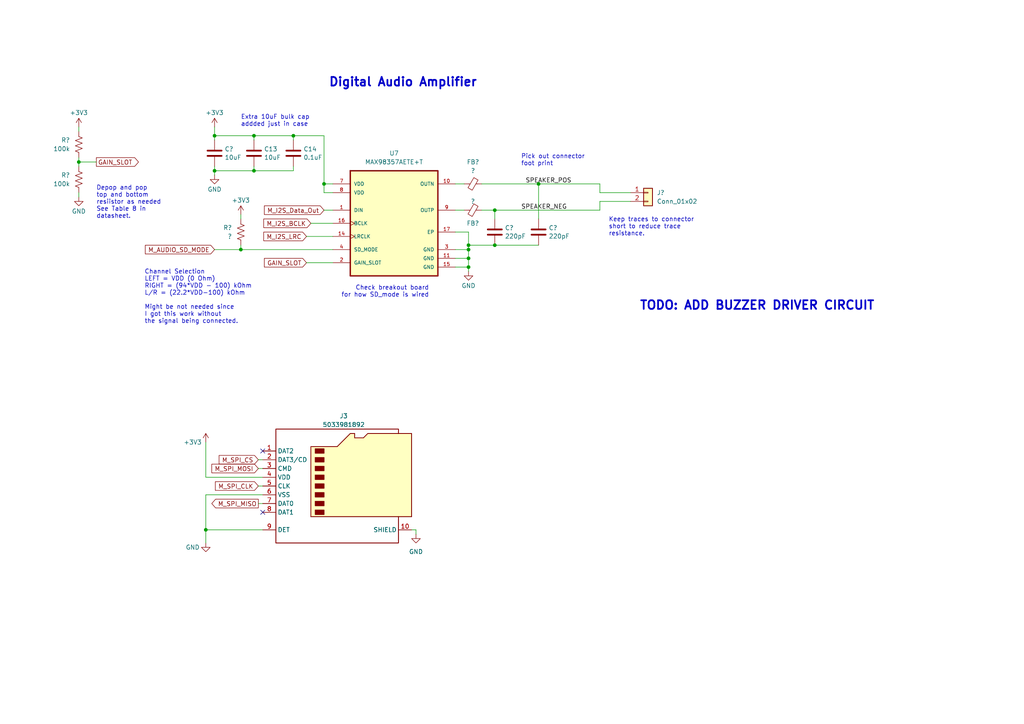
<source format=kicad_sch>
(kicad_sch (version 20230121) (generator eeschema)
  (paper "A4")
  (title_block (title "BoardLock Schematic") (rev "Rev1") (company "Schetmatic"))
  (lib_symbols
    (symbol "Connector:Micro_SD_Card_Det1"
      (property "Reference" "J" (at -16.51 17.78 0))
      (property "Value" "Micro_SD_Card_Det1" (at 16.51 17.78 0))
      (symbol "Micro_SD_Card_Det1_0_1"
        (rectangle (start -7.62 -6.985) (end -5.08 -8.255) (stroke (width 0.254)) (fill (type outline)))
        (rectangle (start -7.62 -4.445) (end -5.08 -5.715) (stroke (width 0.254)) (fill (type outline)))
        (rectangle (start -7.62 -1.905) (end -5.08 -3.175) (stroke (width 0.254)) (fill (type outline)))
        (rectangle (start -7.62 0.635) (end -5.08 -0.635) (stroke (width 0.254)) (fill (type outline)))
        (rectangle (start -7.62 3.175) (end -5.08 1.905) (stroke (width 0.254)) (fill (type outline)))
        (rectangle (start -7.62 5.715) (end -5.08 4.445) (stroke (width 0.254)) (fill (type outline)))
        (rectangle (start -7.62 8.255) (end -5.08 6.985) (stroke (width 0.254)) (fill (type outline)))
        (rectangle (start -7.62 10.795) (end -5.08 9.525) (stroke (width 0.254)) (fill (type outline)))
        (polyline (pts (xy 16.51 15.24) (xy 16.51 16.51) (xy -19.05 16.51) (xy -19.05 -16.51) (xy 16.51 -16.51) (xy 16.51 -8.89)) (stroke (width 0.254)))
        (polyline (pts (xy -8.89 -8.89) (xy -8.89 11.43) (xy -1.27 11.43) (xy 2.54 15.24) (xy 3.81 15.24) (xy 3.81 13.97) (xy 6.35 13.97) (xy 7.62 15.24) (xy 20.32 15.24) (xy 20.32 -8.89) (xy -8.89 -8.89)) (stroke (width 0.254)) (fill (type background)))
      )
      (symbol "Micro_SD_Card_Det1_1_1"
        (pin bidirectional line (at -22.86 10.16 0) (length 3.81) (name "DAT2") (number "1"))
        (pin passive line (at 20.32 -12.7 180) (length 3.81) (name "SHIELD") (number "10"))
        (pin bidirectional line (at -22.86 7.62 0) (length 3.81) (name "DAT3/CD") (number "2"))
        (pin input line (at -22.86 5.08 0) (length 3.81) (name "CMD") (number "3"))
        (pin power_in line (at -22.86 2.54 0) (length 3.81) (name "VDD") (number "4"))
        (pin input line (at -22.86 0 0) (length 3.81) (name "CLK") (number "5"))
        (pin power_in line (at -22.86 -2.54 0) (length 3.81) (name "VSS") (number "6"))
        (pin bidirectional line (at -22.86 -5.08 0) (length 3.81) (name "DAT0") (number "7"))
        (pin bidirectional line (at -22.86 -7.62 0) (length 3.81) (name "DAT1") (number "8"))
        (pin passive line (at -22.86 -12.7 0) (length 3.81) (name "DET") (number "9"))
      )
    )
    (symbol "Connector_Generic:Conn_01x02" (pin_names (offset 1.016) hide)
      (property "Reference" "J" (at 0 2.54 0))
      (property "Value" "Conn_01x02" (at 0 -5.08 0))
      (symbol "Conn_01x02_1_1"
        (rectangle (start -1.27 -2.413) (end 0 -2.667) (stroke (width 0.1524)))
        (rectangle (start -1.27 0.127) (end 0 -0.127) (stroke (width 0.1524)))
        (rectangle (start -1.27 1.27) (end 1.27 -3.81) (stroke (width 0.254)) (fill (type background)))
        (pin passive line (at -5.08 0 0) (length 3.81) (name "Pin_1") (number "1"))
        (pin passive line (at -5.08 -2.54 0) (length 3.81) (name "Pin_2") (number "2"))
      )
    )
    (symbol "Device:C" (pin_numbers hide) (pin_names (offset 0.254))
      (property "Reference" "C" (at 0.635 2.54 0))
      (property "Value" "C" (at 0.635 -2.54 0))
      (symbol "C_0_1"
        (polyline (pts (xy -2.032 -0.762) (xy 2.032 -0.762)) (stroke (width 0.508)))
        (polyline (pts (xy -2.032 0.762) (xy 2.032 0.762)) (stroke (width 0.508)))
      )
      (symbol "C_1_1"
        (pin passive line (at 0 3.81 270) (length 2.794) (name "~") (number "1"))
        (pin passive line (at 0 -3.81 90) (length 2.794) (name "~") (number "2"))
      )
    )
    (symbol "Device:FerriteBead_Small" (pin_numbers hide) (pin_names (offset 0))
      (property "Reference" "FB" (at 1.905 1.27 0))
      (property "Value" "FerriteBead_Small" (at 1.905 -1.27 0))
      (symbol "FerriteBead_Small_0_1"
        (polyline (pts (xy 0 -1.27) (xy 0 -0.7874)))
        (polyline (pts (xy 0 0.889) (xy 0 1.2954)))
        (polyline (pts (xy -1.8288 0.2794) (xy -1.1176 1.4986) (xy 1.8288 -0.2032) (xy 1.1176 -1.4224) (xy -1.8288 0.2794)))
      )
      (symbol "FerriteBead_Small_1_1"
        (pin passive line (at 0 2.54 270) (length 1.27) (name "~") (number "1"))
        (pin passive line (at 0 -2.54 90) (length 1.27) (name "~") (number "2"))
      )
    )
    (symbol "Device:R_US" (pin_numbers hide) (pin_names (offset 0))
      (property "Reference" "R" (at 2.54 0 90))
      (property "Value" "R_US" (at -2.54 0 90))
      (symbol "R_US_0_1"
        (polyline (pts (xy 0 -2.286) (xy 0 -2.54)))
        (polyline (pts (xy 0 2.286) (xy 0 2.54)))
        (polyline (pts (xy 0 -0.762) (xy 1.016 -1.143) (xy 0 -1.524) (xy -1.016 -1.905) (xy 0 -2.286)))
        (polyline (pts (xy 0 0.762) (xy 1.016 0.381) (xy 0 0) (xy -1.016 -0.381) (xy 0 -0.762)))
        (polyline (pts (xy 0 2.286) (xy 1.016 1.905) (xy 0 1.524) (xy -1.016 1.143) (xy 0 0.762)))
      )
      (symbol "R_US_1_1"
        (pin passive line (at 0 3.81 270) (length 1.27) (name "~") (number "1"))
        (pin passive line (at 0 -3.81 90) (length 1.27) (name "~") (number "2"))
      )
    )
    (symbol "MAX98357AETE+T:MAX98357AETE+T" (pin_names (offset 1.016))
      (property "Reference" "U" (at -12.7 16.24 0))
      (property "Value" "MAX98357AETE+T" (at -8.89 -17.78 0))
      (symbol "MAX98357AETE+T_0_0"
        (rectangle (start -12.7 15.24) (end 12.7 -15.24) (stroke (width 0.41)) (fill (type background)))
        (pin input line (at -17.78 3.81 0) (length 5.08) (name "DIN") (number "1"))
        (pin output line (at 17.78 11.43 180) (length 5.08) (name "OUTN") (number "10"))
        (pin power_in line (at 17.78 -10.16 180) (length 5.08) (name "GND") (number "11"))
        (pin input clock (at -17.78 -3.81 0) (length 5.08) (name "LRCLK") (number "14"))
        (pin power_in line (at 17.78 -12.7 180) (length 5.08) (name "GND") (number "15"))
        (pin input clock (at -17.78 0 0) (length 5.08) (name "BCLK") (number "16"))
        (pin power_in line (at 17.78 -2.54 180) (length 5.08) (name "EP") (number "17"))
        (pin input line (at -17.78 -11.43 0) (length 5.08) (name "GAIN_SLOT") (number "2"))
        (pin power_in line (at 17.78 -7.62 180) (length 5.08) (name "GND") (number "3"))
        (pin input line (at -17.78 -7.62 0) (length 5.08) (name "SD_MODE") (number "4"))
        (pin power_in line (at -17.78 11.43 0) (length 5.08) (name "VDD") (number "7"))
        (pin power_in line (at -17.78 8.89 0) (length 5.08) (name "VDD") (number "8"))
        (pin output line (at 17.78 3.81 180) (length 5.08) (name "OUTP") (number "9"))
      )
    )
    (symbol "power:+3V3" (power) (pin_names (offset 0))
      (property "Value" "+3V3" (at 0 3.556 0))
      (symbol "+3V3_0_1"
        (polyline (pts (xy -0.762 1.27) (xy 0 2.54)))
        (polyline (pts (xy 0 0) (xy 0 2.54)))
        (polyline (pts (xy 0 2.54) (xy 0.762 1.27)))
      )
      (symbol "+3V3_1_1"
        (pin power_in line (at 0 0 90) (length 0) hide (name "+3V3") (number "1"))
      )
    )
    (symbol "power:GND" (power) (pin_names (offset 0))
      (property "Value" "GND" (at 0 -3.81 0))
      (symbol "GND_0_1"
        (polyline (pts (xy 0 0) (xy 0 -1.27) (xy 1.27 -1.27) (xy 0 -2.54) (xy -1.27 -1.27) (xy 0 -1.27)))
      )
      (symbol "GND_1_1"
        (pin power_in line (at 0 0 270) (length 0) hide (name "GND") (number "1"))
      )
    )
  )
  (junction (at 22.86 46.99))
  (junction (at 73.66 49.53))
  (junction (at 62.23 39.37))
  (junction (at 135.89 72.39))
  (junction (at 143.51 60.96))
  (junction (at 135.89 77.47))
  (junction (at 59.69 153.67))
  (junction (at 93.98 53.34))
  (junction (at 69.85 72.39))
  (junction (at 143.51 71.12))
  (junction (at 73.66 39.37))
  (junction (at 135.89 71.12))
  (junction (at 85.09 39.37))
  (junction (at 135.89 74.93))
  (junction (at 156.21 53.34))
  (junction (at 62.23 49.53))
  (no_connect (at 76.2 148.59))
  (no_connect (at 76.2 130.81))
  (wire (pts (xy 59.69 157.48) (xy 59.69 153.67)))
  (wire (pts (xy 22.86 46.99) (xy 27.94 46.99)))
  (wire (pts (xy 22.86 46.99) (xy 22.86 48.26)))
  (wire (pts (xy 120.65 153.67) (xy 120.65 154.94)))
  (wire (pts (xy 73.66 39.37) (xy 85.09 39.37)))
  (wire (pts (xy 93.98 53.34) (xy 96.52 53.34)))
  (wire (pts (xy 135.89 67.31) (xy 135.89 71.12)))
  (wire (pts (xy 156.21 53.34) (xy 156.21 63.5)))
  (wire (pts (xy 59.69 153.67) (xy 59.69 143.51)))
  (wire (pts (xy 69.85 62.23) (xy 69.85 63.5)))
  (wire (pts (xy 90.17 64.77) (xy 96.52 64.77)))
  (wire (pts (xy 143.51 60.96) (xy 143.51 63.5)))
  (wire (pts (xy 74.93 133.35) (xy 76.2 133.35)))
  (wire (pts (xy 88.9 76.2) (xy 96.52 76.2)))
  (wire (pts (xy 93.98 55.88) (xy 96.52 55.88)))
  (wire (pts (xy 93.98 39.37) (xy 85.09 39.37)))
  (wire (pts (xy 22.86 36.83) (xy 22.86 38.1)))
  (wire (pts (xy 93.98 53.34) (xy 93.98 39.37)))
  (wire (pts (xy 62.23 49.53) (xy 73.66 49.53)))
  (wire (pts (xy 173.99 58.42) (xy 182.88 58.42)))
  (wire (pts (xy 139.7 60.96) (xy 143.51 60.96)))
  (wire (pts (xy 62.23 40.64) (xy 62.23 39.37)))
  (wire (pts (xy 173.99 55.88) (xy 182.88 55.88)))
  (wire (pts (xy 69.85 72.39) (xy 96.52 72.39)))
  (wire (pts (xy 76.2 140.97) (xy 74.93 140.97)))
  (wire (pts (xy 62.23 36.83) (xy 62.23 39.37)))
  (wire (pts (xy 59.69 153.67) (xy 76.2 153.67)))
  (wire (pts (xy 173.99 53.34) (xy 173.99 55.88)))
  (wire (pts (xy 135.89 71.12) (xy 135.89 72.39)))
  (wire (pts (xy 173.99 58.42) (xy 173.99 60.96)))
  (wire (pts (xy 143.51 60.96) (xy 173.99 60.96)))
  (wire (pts (xy 73.66 39.37) (xy 73.66 40.64)))
  (wire (pts (xy 88.9 68.58) (xy 96.52 68.58)))
  (wire (pts (xy 132.08 74.93) (xy 135.89 74.93)))
  (wire (pts (xy 135.89 72.39) (xy 135.89 74.93)))
  (wire (pts (xy 62.23 39.37) (xy 73.66 39.37)))
  (wire (pts (xy 69.85 71.12) (xy 69.85 72.39)))
  (wire (pts (xy 62.23 49.53) (xy 62.23 50.8)))
  (wire (pts (xy 59.69 143.51) (xy 76.2 143.51)))
  (wire (pts (xy 76.2 135.89) (xy 74.93 135.89)))
  (wire (pts (xy 132.08 77.47) (xy 135.89 77.47)))
  (wire (pts (xy 139.7 53.34) (xy 156.21 53.34)))
  (wire (pts (xy 132.08 53.34) (xy 134.62 53.34)))
  (wire (pts (xy 132.08 60.96) (xy 134.62 60.96)))
  (wire (pts (xy 73.66 49.53) (xy 85.09 49.53)))
  (wire (pts (xy 120.65 153.67) (xy 119.38 153.67)))
  (wire (pts (xy 143.51 71.12) (xy 156.21 71.12)))
  (wire (pts (xy 93.98 53.34) (xy 93.98 55.88)))
  (wire (pts (xy 22.86 55.88) (xy 22.86 57.15)))
  (wire (pts (xy 85.09 40.64) (xy 85.09 39.37)))
  (wire (pts (xy 76.2 146.05) (xy 74.93 146.05)))
  (wire (pts (xy 59.69 128.27) (xy 59.69 138.43)))
  (wire (pts (xy 135.89 74.93) (xy 135.89 77.47)))
  (wire (pts (xy 85.09 48.26) (xy 85.09 49.53)))
  (wire (pts (xy 143.51 71.12) (xy 135.89 71.12)))
  (wire (pts (xy 62.23 48.26) (xy 62.23 49.53)))
  (wire (pts (xy 132.08 72.39) (xy 135.89 72.39)))
  (wire (pts (xy 59.69 138.43) (xy 76.2 138.43)))
  (wire (pts (xy 156.21 53.34) (xy 173.99 53.34)))
  (wire (pts (xy 73.66 49.53) (xy 73.66 48.26)))
  (wire (pts (xy 135.89 78.74) (xy 135.89 77.47)))
  (wire (pts (xy 62.23 72.39) (xy 69.85 72.39)))
  (wire (pts (xy 22.86 45.72) (xy 22.86 46.99)))
  (wire (pts (xy 93.98 60.96) (xy 96.52 60.96)))
  (wire (pts (xy 135.89 67.31) (xy 132.08 67.31)))
  (text "Check breakout board\nfor how SD_mode is wired" (at 124.46 86.36 0) (effects (font (size 1.27 1.27)) (justify right bottom)))
  (text "Extra 10uF bulk cap \naddded just in case" (at 69.85 36.83 0) (effects (font (size 1.27 1.27)) (justify left bottom)))
  (text "TODO: ADD BUZZER DRIVER CIRCUIT" (at 185.42 90.17 0) (effects (font (size 2.5 2.5) (thickness 0.5) bold) (justify left bottom)))
  (text "Digital Audio Amplifier" (at 95.25 25.4 0) (effects (font (size 2.5 2.5) (thickness 0.5) bold) (justify left bottom)))
  (text "Pick out connector\nfoot print" (at 151.13 48.26 0) (effects (font (size 1.27 1.27)) (justify left bottom)))
  (text "Keep traces to connector\nshort to reduce trace\nresistance." (at 176.53 68.58 0) (effects (font (size 1.27 1.27)) (justify left bottom)))
  (text "Depop and pop\ntop and bottom\nresiistor as needed\nSee Table 8 in \ndatasheet." (at 27.94 63.5 0) (effects (font (size 1.27 1.27)) (justify left bottom)))
  (text "Channel Selection\nLEFT = VDD (0 Ohm)\nRIGHT = (94*VDD - 100) kOhm\nL/R = (22.2*VDD-100) kOhm\n\nMight be not needed since\nI got this work without\nthe signal being connected." (at 41.91 93.98 0) (effects (font (size 1.27 1.27)) (justify left bottom)))
  (label "SPEAKER_POS" (at 152.4 53.34 0))
  (label "SPEAKER_NEG" (at 151.13 60.96 0))
  (global_label "GAIN_SLOT" (shape output) (at 27.94 46.99 0) (property "Intersheetrefs" "${INTERSHEET_REFS}" (effects hide)))
  (global_label "M_SPI_CLK" (shape input) (at 74.93 140.97 180) (property "Intersheetrefs" "${INTERSHEET_REFS}" (effects hide)))
  (global_label "M_AUDIO_SD_MODE" (shape input) (at 62.23 72.39 180) (property "Intersheetrefs" "${INTERSHEET_REFS}" (effects hide)))
  (global_label "M_SPI_MISO" (shape output) (at 74.93 146.05 180) (property "Intersheetrefs" "${INTERSHEET_REFS}" (effects hide)))
  (global_label "M_I2S_LRC" (shape input) (at 88.9 68.58 180) (property "Intersheetrefs" "${INTERSHEET_REFS}" (effects hide)))
  (global_label "M_I2S_BCLK" (shape input) (at 90.17 64.77 180) (property "Intersheetrefs" "${INTERSHEET_REFS}" (effects hide)))
  (global_label "M_SPI_CS" (shape input) (at 74.93 133.35 180) (property "Intersheetrefs" "${INTERSHEET_REFS}" (effects hide)))
  (global_label "GAIN_SLOT" (shape input) (at 88.9 76.2 180) (property "Intersheetrefs" "${INTERSHEET_REFS}" (effects hide)))
  (global_label "M_I2S_Data_Out" (shape input) (at 93.98 60.96 180) (property "Intersheetrefs" "${INTERSHEET_REFS}" (effects hide)))
  (global_label "M_SPI_MOSI" (shape input) (at 74.93 135.89 180) (property "Intersheetrefs" "${INTERSHEET_REFS}" (effects hide)))
  (symbol (lib_id "power:+3V3") (at 22.86 36.83 0) (unit 1)
    (property "Reference" "#PWR025" (effects hide))
    (property "Value" "+3V3" (at 22.86 32.6969 0))
  )
  (symbol (lib_id "Connector_Generic:Conn_01x02") (at 187.96 55.88 0) (unit 1)
    (property "Reference" "J?" (at 190.5 55.88 0) (effects (justify left)))
    (property "Value" "Conn_01x02" (at 190.5 58.42 0) (effects (justify left)))
    (property "Footprint" "Connector_JST:JST_XA_B02B-XASK-1-A_1x02_P2.50mm_Vertical" (effects hide))
  )
  (symbol (lib_id "Connector:Micro_SD_Card_Det1") (at 99.06 140.97 0) (unit 1)
    (property "Reference" "J3" (at 99.695 120.65 0))
    (property "Value" "5033981892" (at 99.695 123.19 0))
    (property "Footprint" "microSD 503398-1892:MOLEX_503398-1892" (effects hide))
    (property "Datasheet" "https://tools.molex.com/pdm_docs/sd/5033981892_sd.pdf" (effects hide))
  )
  (symbol (lib_id "Device:C") (at 143.51 67.31 0) (unit 1)
    (property "Reference" "C?" (at 146.431 66.0979 0) (effects (justify left)))
    (property "Value" "220pF" (at 146.431 68.5221 0) (effects (justify left)))
    (property "Footprint" "Capacitor_SMD:C_0603_1608Metric_Pad1.08x0.95mm_HandSolder" (effects hide))
  )
  (symbol (lib_id "power:GND") (at 59.69 157.48 0) (unit 1)
    (property "Reference" "#PWR08" (effects hide))
    (property "Value" "GND" (at 55.88 158.75 0))
  )
  (symbol (lib_id "Device:C") (at 73.66 44.45 0) (unit 1)
    (property "Reference" "C13" (at 76.581 43.2379 0) (effects (justify left)))
    (property "Value" "10uF" (at 76.581 45.6621 0) (effects (justify left)))
    (property "Footprint" "Capacitor_SMD:C_0805_2012Metric_Pad1.18x1.45mm_HandSolder" (effects hide))
  )
  (symbol (lib_id "Device:C") (at 62.23 44.45 0) (unit 1)
    (property "Reference" "C?" (at 65.151 43.2379 0) (effects (justify left)))
    (property "Value" "10uF" (at 65.151 45.6621 0) (effects (justify left)))
    (property "Footprint" "Capacitor_SMD:C_0805_2012Metric_Pad1.18x1.45mm_HandSolder" (effects hide))
  )
  (symbol (lib_id "Device:FerriteBead_Small") (at 137.16 53.34 270) (unit 1)
    (property "Reference" "FB?" (at 137.1981 46.99 90))
    (property "Value" "?" (at 137.1981 49.53 90))
    (property "Footprint" "Inductor_SMD:L_0805_2012Metric_Pad1.15x1.40mm_HandSolder" (effects hide))
  )
  (symbol (lib_id "Device:FerriteBead_Small") (at 137.16 60.96 270) (unit 1)
    (property "Reference" "FB?" (at 137.16 64.77 90))
    (property "Value" "?" (at 137.16 58.42 90))
    (property "Footprint" "Inductor_SMD:L_0805_2012Metric_Pad1.15x1.40mm_HandSolder" (effects hide))
  )
  (symbol (lib_id "Device:R_US") (at 22.86 52.07 0) (unit 1)
    (property "Reference" "R?" (at 20.32 50.8 0) (effects (justify right)))
    (property "Value" "100k" (at 20.32 53.34 0) (effects (justify right)))
    (property "Footprint" "Resistor_SMD:R_0805_2012Metric_Pad1.20x1.40mm_HandSolder" (effects hide))
  )
  (symbol (lib_id "power:GND") (at 120.65 154.94 0) (unit 1)
    (property "Reference" "#PWR050" (effects hide))
    (property "Value" "GND" (at 120.65 160.02 0))
  )
  (symbol (lib_id "power:+3V3") (at 59.69 128.27 0) (unit 1)
    (property "Reference" "#PWR049" (effects hide))
    (property "Value" "+3V3" (at 55.88 128.27 0))
  )
  (symbol (lib_id "power:+3V3") (at 62.23 36.83 0) (unit 1)
    (property "Reference" "#PWR020" (effects hide))
    (property "Value" "+3V3" (at 62.23 32.6969 0))
  )
  (symbol (lib_id "Device:C") (at 156.21 67.31 0) (unit 1)
    (property "Reference" "C?" (at 159.131 66.0979 0) (effects (justify left)))
    (property "Value" "220pF" (at 159.131 68.5221 0) (effects (justify left)))
    (property "Footprint" "Capacitor_SMD:C_0805_2012Metric_Pad1.18x1.45mm_HandSolder" (effects hide))
  )
  (symbol (lib_id "power:GND") (at 135.89 78.74 0) (unit 1)
    (property "Reference" "#PWR023" (effects hide))
    (property "Value" "GND" (at 135.89 82.8731 0))
  )
  (symbol (lib_id "power:+3V3") (at 69.85 62.23 0) (unit 1)
    (property "Reference" "#PWR026" (effects hide))
    (property "Value" "+3V3" (at 69.85 58.0969 0))
  )
  (symbol (lib_id "Device:R_US") (at 69.85 67.31 0) (unit 1)
    (property "Reference" "R?" (at 67.31 66.04 0) (effects (justify right)))
    (property "Value" "?" (at 67.31 68.58 0) (effects (justify right)))
    (property "Footprint" "Resistor_SMD:R_0805_2012Metric_Pad1.20x1.40mm_HandSolder" (effects hide))
  )
  (symbol (lib_id "power:GND") (at 62.23 50.8 0) (unit 1)
    (property "Reference" "#PWR021" (effects hide))
    (property "Value" "GND" (at 62.23 54.9331 0))
  )
  (symbol (lib_id "Device:C") (at 85.09 44.45 0) (unit 1)
    (property "Reference" "C14" (at 88.011 43.2379 0) (effects (justify left)))
    (property "Value" "0.1uF" (at 88.011 45.6621 0) (effects (justify left)))
    (property "Footprint" "Capacitor_SMD:C_0603_1608Metric_Pad1.08x0.95mm_HandSolder" (effects hide))
  )
  (symbol (lib_id "MAX98357AETE+T:MAX98357AETE+T") (at 114.3 64.77 0) (unit 1)
    (property "Reference" "U7" (at 114.3 44.45 0))
    (property "Value" "MAX98357AETE+T" (at 114.3 46.99 0))
    (property "Footprint" "MAX98357AETE+T:QFN50P300X300X80-17N" (effects hide))
    (property "Datasheet" "https://www.analog.com/media/en/technical-documentation/data-sheets/MAX98357A-MAX98357B.pdf" (effects hide))
    (property "MF" "Analog Devices" (effects hide))
    (property "Package" "TQFN-16 Maxim" (effects hide))
    (property "MP" "MAX98357AETE+T" (effects hide))
  )
  (symbol (lib_id "Device:R_US") (at 22.86 41.91 0) (unit 1)
    (property "Reference" "R?" (at 20.32 40.64 0) (effects (justify right)))
    (property "Value" "100k" (at 20.32 43.18 0) (effects (justify right)))
    (property "Footprint" "Resistor_SMD:R_0805_2012Metric_Pad1.20x1.40mm_HandSolder" (effects hide))
  )
  (symbol (lib_id "power:GND") (at 22.86 57.15 0) (unit 1)
    (property "Reference" "#PWR022" (effects hide))
    (property "Value" "GND" (at 22.86 61.2831 0))
  )
)
</source>
